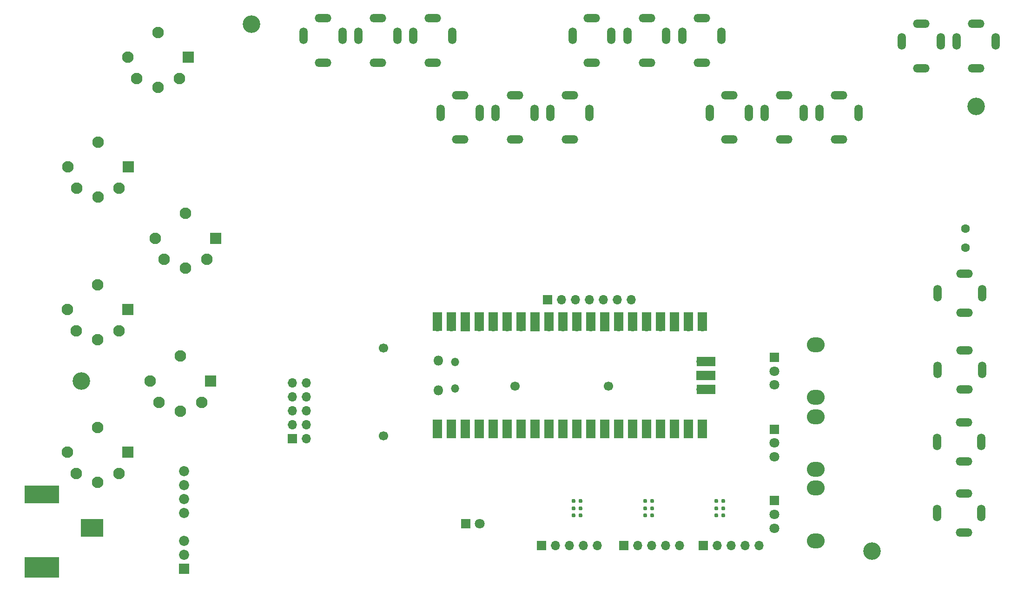
<source format=gbr>
%TF.GenerationSoftware,KiCad,Pcbnew,(7.0.0)*%
%TF.CreationDate,2023-04-14T17:54:00+02:00*%
%TF.ProjectId,multi-tool-midi-board,6d756c74-692d-4746-9f6f-6c2d6d696469,rev?*%
%TF.SameCoordinates,Original*%
%TF.FileFunction,Soldermask,Bot*%
%TF.FilePolarity,Negative*%
%FSLAX46Y46*%
G04 Gerber Fmt 4.6, Leading zero omitted, Abs format (unit mm)*
G04 Created by KiCad (PCBNEW (7.0.0)) date 2023-04-14 17:54:00*
%MOMM*%
%LPD*%
G01*
G04 APERTURE LIST*
%ADD10O,1.508000X3.016000*%
%ADD11O,3.016000X1.508000*%
%ADD12R,1.700000X1.700000*%
%ADD13O,1.700000X1.700000*%
%ADD14C,3.200000*%
%ADD15R,2.100000X2.100000*%
%ADD16C,2.100000*%
%ADD17O,3.240000X2.720000*%
%ADD18R,1.800000X1.800000*%
%ADD19C,1.800000*%
%ADD20C,1.600000*%
%ADD21C,0.770000*%
%ADD22C,1.700000*%
%ADD23R,1.850000X1.850000*%
%ADD24C,1.850000*%
%ADD25R,6.350000X3.810000*%
%ADD26R,4.060000X3.300000*%
%ADD27R,6.350000X3.300000*%
%ADD28O,1.800000X1.800000*%
%ADD29O,1.500000X1.500000*%
%ADD30R,1.700000X3.500000*%
%ADD31R,3.500000X1.700000*%
G04 APERTURE END LIST*
D10*
%TO.C,J11*%
X172549999Y-45149999D03*
D11*
X168999999Y-41949999D03*
D10*
X165449999Y-45149999D03*
D11*
X168999999Y-50049999D03*
%TD*%
D12*
%TO.C,J1*%
X115919999Y-79249999D03*
D13*
X118459999Y-79249999D03*
X120999999Y-79249999D03*
X123539999Y-79249999D03*
X126079999Y-79249999D03*
X128619999Y-79249999D03*
X131159999Y-79249999D03*
%TD*%
D14*
%TO.C,REF\u002A\u002A*%
X62000000Y-29000000D03*
%TD*%
D12*
%TO.C,J18*%
X129779999Y-123999999D03*
D13*
X132319999Y-123999999D03*
X134859999Y-123999999D03*
X137399999Y-123999999D03*
X139939999Y-123999999D03*
%TD*%
D14*
%TO.C,REF\u002A\u002A*%
X31000000Y-94000000D03*
%TD*%
D15*
%TO.C,J27*%
X54499999Y-93999999D03*
D16*
X49000000Y-99500000D03*
X43500000Y-94000000D03*
X52890000Y-97890000D03*
X45110000Y-97890000D03*
X49000000Y-89500000D03*
%TD*%
D10*
%TO.C,J12*%
X162549999Y-45149999D03*
D11*
X158999999Y-41949999D03*
D10*
X155449999Y-45149999D03*
D11*
X158999999Y-50049999D03*
%TD*%
%TO.C,J15*%
X191749999Y-108649999D03*
D10*
X194949999Y-105099999D03*
D11*
X191749999Y-101549999D03*
D10*
X186849999Y-105099999D03*
%TD*%
%TO.C,J5*%
X123549999Y-45149999D03*
D11*
X119999999Y-41949999D03*
D10*
X116449999Y-45149999D03*
D11*
X119999999Y-50049999D03*
%TD*%
%TO.C,J16*%
X191749999Y-121649999D03*
D10*
X194949999Y-118099999D03*
D11*
X191749999Y-114549999D03*
D10*
X186849999Y-118099999D03*
%TD*%
D11*
%TO.C,J22*%
X191849999Y-81549999D03*
D10*
X195049999Y-77999999D03*
D11*
X191849999Y-74449999D03*
D10*
X186949999Y-77999999D03*
%TD*%
D11*
%TO.C,J14*%
X191849999Y-95549999D03*
D10*
X195049999Y-91999999D03*
D11*
X191849999Y-88449999D03*
D10*
X186949999Y-91999999D03*
%TD*%
D17*
%TO.C,RV5*%
X164774999Y-113532499D03*
X164774999Y-123132499D03*
D18*
X157274999Y-115832499D03*
D19*
X157275000Y-118332500D03*
X157275000Y-120832500D03*
%TD*%
D15*
%TO.C,J23*%
X50499999Y-34999999D03*
D16*
X45000000Y-40500000D03*
X39500000Y-35000000D03*
X48890000Y-38890000D03*
X41110000Y-38890000D03*
X45000000Y-30500000D03*
%TD*%
D10*
%TO.C,J10*%
X127549999Y-31149999D03*
D11*
X123999999Y-27949999D03*
D10*
X120449999Y-31149999D03*
D11*
X123999999Y-36049999D03*
%TD*%
D10*
%TO.C,J13*%
X152549999Y-45149999D03*
D11*
X148999999Y-41949999D03*
D10*
X145449999Y-45149999D03*
D11*
X148999999Y-50049999D03*
%TD*%
D10*
%TO.C,J3*%
X88539999Y-31149999D03*
D11*
X84989999Y-27949999D03*
D10*
X81439999Y-31149999D03*
D11*
X84989999Y-36049999D03*
%TD*%
D18*
%TO.C,D5*%
X100999999Y-119999999D03*
D19*
X103540000Y-120000000D03*
%TD*%
D10*
%TO.C,J8*%
X147549999Y-31149999D03*
D11*
X143999999Y-27949999D03*
D10*
X140449999Y-31149999D03*
D11*
X143999999Y-36049999D03*
%TD*%
D10*
%TO.C,J20*%
X197549999Y-32149999D03*
D11*
X193999999Y-28949999D03*
D10*
X190449999Y-32149999D03*
D11*
X193999999Y-37049999D03*
%TD*%
D10*
%TO.C,J21*%
X187549999Y-32149999D03*
D11*
X183999999Y-28949999D03*
D10*
X180449999Y-32149999D03*
D11*
X183999999Y-37049999D03*
%TD*%
D10*
%TO.C,J7*%
X103549999Y-45149999D03*
D11*
X99999999Y-41949999D03*
D10*
X96449999Y-45149999D03*
D11*
X99999999Y-50049999D03*
%TD*%
D20*
%TO.C,R1*%
X192000000Y-69700000D03*
X192000000Y-66300000D03*
%TD*%
D21*
%TO.C,U14*%
X121960000Y-115900000D03*
X121960000Y-118500000D03*
X121960000Y-117200000D03*
X120660000Y-117200000D03*
X120660000Y-118500000D03*
X120660000Y-115900000D03*
%TD*%
D15*
%TO.C,J24*%
X55499999Y-67999999D03*
D16*
X50000000Y-73500000D03*
X44500000Y-68000000D03*
X53890000Y-71890000D03*
X46110000Y-71890000D03*
X50000000Y-63500000D03*
%TD*%
D22*
%TO.C,S1*%
X86000000Y-88056425D03*
%TD*%
D12*
%TO.C,J19*%
X144319999Y-123999999D03*
D13*
X146859999Y-123999999D03*
X149399999Y-123999999D03*
X151939999Y-123999999D03*
X154479999Y-123999999D03*
%TD*%
D10*
%TO.C,J4*%
X78549999Y-31149999D03*
D11*
X74999999Y-27949999D03*
D10*
X71449999Y-31149999D03*
D11*
X74999999Y-36049999D03*
%TD*%
D21*
%TO.C,U15*%
X134960000Y-117200000D03*
X133660000Y-117200000D03*
X133660000Y-118500000D03*
X133660000Y-115900000D03*
X134960000Y-115900000D03*
X134960000Y-118500000D03*
%TD*%
D22*
%TO.C,S3*%
X110000000Y-95000000D03*
%TD*%
D12*
%TO.C,J17*%
X114784999Y-123999999D03*
D13*
X117324999Y-123999999D03*
X119864999Y-123999999D03*
X122404999Y-123999999D03*
X124944999Y-123999999D03*
%TD*%
D15*
%TO.C,J26*%
X39499999Y-80999999D03*
D16*
X34000000Y-86500000D03*
X28500000Y-81000000D03*
X37890000Y-84890000D03*
X30110000Y-84890000D03*
X34000000Y-76500000D03*
%TD*%
D22*
%TO.C,S2*%
X86000000Y-104056425D03*
%TD*%
D14*
%TO.C,REF\u002A\u002A*%
X194000000Y-44000000D03*
%TD*%
D10*
%TO.C,J2*%
X98549999Y-31149999D03*
D11*
X94999999Y-27949999D03*
D10*
X91449999Y-31149999D03*
D11*
X94999999Y-36049999D03*
%TD*%
D17*
%TO.C,RV3*%
X164774999Y-97032499D03*
X164774999Y-87432499D03*
D18*
X157274999Y-89732499D03*
D19*
X157275000Y-92232500D03*
X157275000Y-94732500D03*
%TD*%
D15*
%TO.C,J25*%
X39508357Y-54999999D03*
D16*
X34008358Y-60500000D03*
X28508358Y-55000000D03*
X37898358Y-58890000D03*
X30118358Y-58890000D03*
X34008358Y-50500000D03*
%TD*%
D21*
%TO.C,U16*%
X146660000Y-115900000D03*
X147960000Y-115900000D03*
X147960000Y-118500000D03*
X146660000Y-117200000D03*
X147960000Y-117200000D03*
X146660000Y-118500000D03*
%TD*%
D10*
%TO.C,J9*%
X137549999Y-31149999D03*
D11*
X133999999Y-27949999D03*
D10*
X130449999Y-31149999D03*
D11*
X133999999Y-36049999D03*
%TD*%
D10*
%TO.C,J6*%
X113549999Y-45149999D03*
D11*
X109999999Y-41949999D03*
D10*
X106449999Y-45149999D03*
D11*
X109999999Y-50049999D03*
%TD*%
D14*
%TO.C,REF\u002A\u002A*%
X175000000Y-125000000D03*
%TD*%
D15*
%TO.C,J28*%
X39499999Y-106999999D03*
D16*
X34000000Y-112500000D03*
X28500000Y-107000000D03*
X37890000Y-110890000D03*
X30110000Y-110890000D03*
X34000000Y-102500000D03*
%TD*%
D22*
%TO.C,S4*%
X127000000Y-95000000D03*
%TD*%
D17*
%TO.C,RV4*%
X164774999Y-100532499D03*
X164774999Y-110132499D03*
D18*
X157274999Y-102832499D03*
D19*
X157275000Y-105332500D03*
X157275000Y-107832500D03*
%TD*%
D12*
%TO.C,J29*%
X69474999Y-104574999D03*
D13*
X72014999Y-104574999D03*
X69474999Y-102034999D03*
X72014999Y-102034999D03*
X69474999Y-99494999D03*
X72014999Y-99494999D03*
X69474999Y-96954999D03*
X72014999Y-96954999D03*
X69474999Y-94414999D03*
X72014999Y-94414999D03*
%TD*%
D23*
%TO.C,PS1*%
X49749999Y-128249999D03*
D24*
X49750000Y-125710000D03*
X49750000Y-123170000D03*
X49750000Y-118090000D03*
X49750000Y-115550000D03*
X49750000Y-113010000D03*
X49750000Y-110470000D03*
%TD*%
D25*
%TO.C,J30*%
X23799999Y-127999999D03*
D26*
X32939999Y-120809999D03*
D27*
X23799999Y-114709999D03*
%TD*%
D28*
%TO.C,U1*%
X95999999Y-95724999D03*
D29*
X99029999Y-90574999D03*
X99029999Y-95424999D03*
D28*
X95999999Y-90274999D03*
D13*
X95869999Y-84109999D03*
D30*
X95869999Y-83209999D03*
X98409999Y-83209999D03*
D13*
X98409999Y-84109999D03*
D12*
X100949999Y-84109999D03*
D30*
X100949999Y-83209999D03*
D13*
X103489999Y-84109999D03*
D30*
X103489999Y-83209999D03*
X106029999Y-83209999D03*
D13*
X106029999Y-84109999D03*
D30*
X108569999Y-83209999D03*
D13*
X108569999Y-84109999D03*
X111109999Y-84109999D03*
D30*
X111109999Y-83209999D03*
D12*
X113649999Y-84109999D03*
D30*
X113649999Y-83209999D03*
D13*
X116189999Y-84109999D03*
D30*
X116189999Y-83209999D03*
X118729999Y-83209999D03*
D13*
X118729999Y-84109999D03*
D30*
X121269999Y-83209999D03*
D13*
X121269999Y-84109999D03*
D30*
X123809999Y-83209999D03*
D13*
X123809999Y-84109999D03*
D30*
X126349999Y-83209999D03*
D12*
X126349999Y-84109999D03*
D13*
X128889999Y-84109999D03*
D30*
X128889999Y-83209999D03*
D13*
X131429999Y-84109999D03*
D30*
X131429999Y-83209999D03*
D13*
X133969999Y-84109999D03*
D30*
X133969999Y-83209999D03*
X136509999Y-83209999D03*
D13*
X136509999Y-84109999D03*
D12*
X139049999Y-84109999D03*
D30*
X139049999Y-83209999D03*
D13*
X141589999Y-84109999D03*
D30*
X141589999Y-83209999D03*
D13*
X144129999Y-84109999D03*
D30*
X144129999Y-83209999D03*
X144129999Y-102789999D03*
D13*
X144129999Y-101889999D03*
X141589999Y-101889999D03*
D30*
X141589999Y-102789999D03*
D12*
X139049999Y-101889999D03*
D30*
X139049999Y-102789999D03*
X136509999Y-102789999D03*
D13*
X136509999Y-101889999D03*
D30*
X133969999Y-102789999D03*
D13*
X133969999Y-101889999D03*
X131429999Y-101889999D03*
D30*
X131429999Y-102789999D03*
D13*
X128889999Y-101889999D03*
D30*
X128889999Y-102789999D03*
X126349999Y-102789999D03*
D12*
X126349999Y-101889999D03*
D13*
X123809999Y-101889999D03*
D30*
X123809999Y-102789999D03*
X121269999Y-102789999D03*
D13*
X121269999Y-101889999D03*
X118729999Y-101889999D03*
D30*
X118729999Y-102789999D03*
D13*
X116189999Y-101889999D03*
D30*
X116189999Y-102789999D03*
X113649999Y-102789999D03*
D12*
X113649999Y-101889999D03*
D13*
X111109999Y-101889999D03*
D30*
X111109999Y-102789999D03*
X108569999Y-102789999D03*
D13*
X108569999Y-101889999D03*
D30*
X106029999Y-102789999D03*
D13*
X106029999Y-101889999D03*
X103489999Y-101889999D03*
D30*
X103489999Y-102789999D03*
X100949999Y-102789999D03*
D12*
X100949999Y-101889999D03*
D30*
X98409999Y-102789999D03*
D13*
X98409999Y-101889999D03*
D30*
X95869999Y-102789999D03*
D13*
X95869999Y-101889999D03*
D31*
X144799999Y-90459999D03*
D13*
X143899999Y-90459999D03*
D12*
X143899999Y-92999999D03*
D31*
X144799999Y-92999999D03*
D13*
X143899999Y-95539999D03*
D31*
X144799999Y-95539999D03*
%TD*%
M02*

</source>
